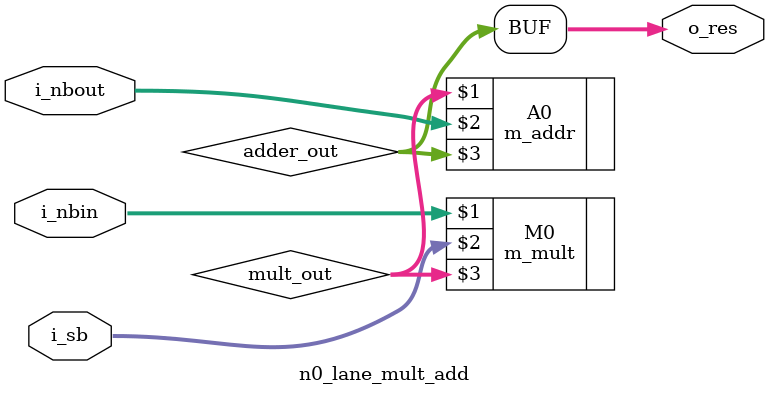
<source format=v>

module n0_cluster (
        i_nbin,
        i_sb,
        i_nbout,
        o_n0
    );

    parameter N    = 16;
    parameter Tn   = 16;
    parameter TnxTn = Tn*Tn; 


    // Need to instantiate:
    //      (1) 16 NBin = 16 entries * 1 wide * 16-bits each -> 1 per unit (16 per cluster)
    //      (2) 16 NBout = 4 entries * 16 wide * 16-bits each -> 1 per unit (16 per cluster)
    //      (3) 256 lanes = 16 units, 16 lanes per unit

    input [N*Tn - 1 : 0]        i_nbin;        // Tn values read from NBin SRAM
    input [N*TnxTn - 1 : 0]     i_sb;          // Tn x Tn values read from SB eDRAM
    input [N*TnxTn - 1 : 0]     i_nbout;       // Tn x Tn partial sum values read from NBout
    output [N*TnxTn - 1 : 0]    o_n0;

    wire [N*TnxTn - 1 : 0]      unit_out;       // Tn x Tn values to writeback to NBout

    // Output assignment
    assign o_n0 = unit_out;

    // (3) Main Unit gen
    genvar i;
    generate
        for(i=0; i<Tn; i=i+1) begin : UNIT_gen
            n0_unit UNIT (
                i_nbin      [ (i+1)*N - 1 : i*N ],
                i_sb        [ (i+1)*N*Tn - 1 : i*N*Tn ],
                i_nbout     [ (i+1)*N*Tn - 1 : i*N*Tn ],
                unit_out    [ (i+1)*N*Tn - 1 : i*N*Tn ]
            );
        end
    endgenerate

endmodule


// Stage one unit:
//      16 lanes each performing multiply + accumulate
module n0_unit (
        i_nbin,
        i_sb,
        i_nbout,
        o_res
    );

    parameter N  = 16;
    parameter Tn = 16;

    input   [N-1:0]     i_nbin; 
    input   [Tn*N-1:0]  i_sb, i_nbout;
    output  [Tn*N-1:0]  o_res;

    genvar i;
    generate
        for(i=0; i<Tn; i=i+1) begin : mult
            n0_lane_mult_add LANE (
                i_nbin,
                i_sb    [ (i+1)*N - 1 : i*N ],
                i_nbout [ (i+1)*N - 1 : i*N ],
                o_res   [ (i+1)*N - 1 : i*N ]
            );
        end
    endgenerate

endmodule

// Implements a single multiplier and accumulator 
module n0_lane_mult_add (
        i_nbin,
        i_sb,
        i_nbout,
        o_res
    );

    parameter N = 16;

    input   [N-1:0] i_nbin, i_sb, i_nbout;
    output  [N-1:0] o_res;

    wire    [N-1:0] mult_out;
    wire    [N-1:0] adder_out;

    m_mult  #(N) M0 (i_nbin, i_sb, mult_out);
    m_addr  #(N) A0 (mult_out, i_nbout, adder_out);

    assign o_res = adder_out;

endmodule

</source>
